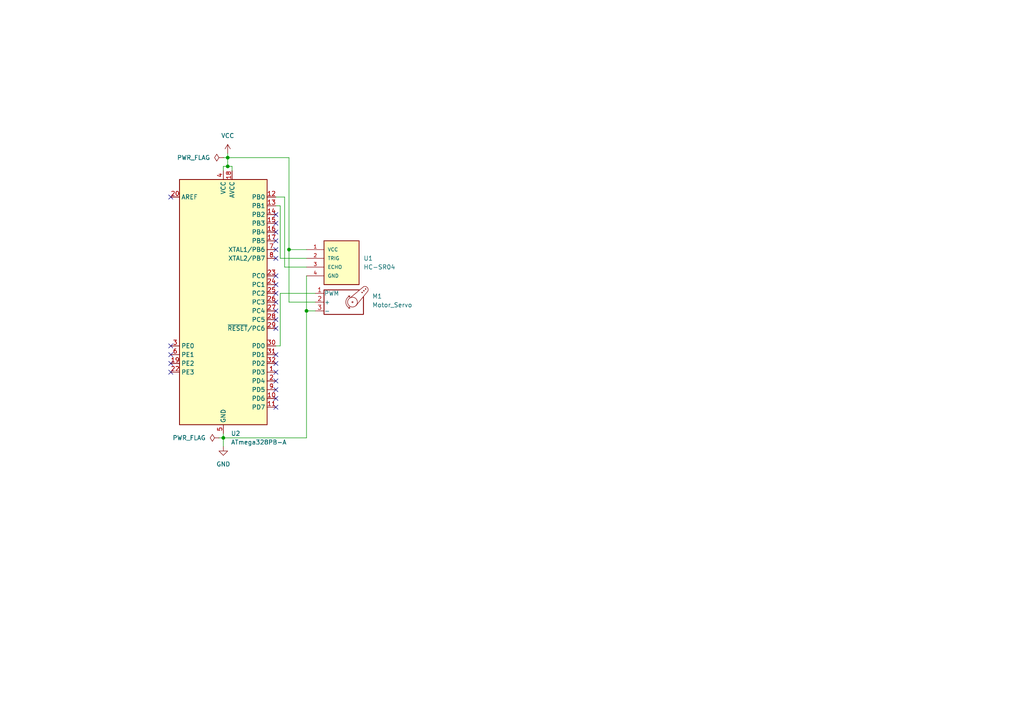
<source format=kicad_sch>
(kicad_sch (version 20231120) (generator "eeschema") (generator_version "8.0")
  (paper "A4")
  (lib_symbols
    (symbol "HC-SR04:HC-SR04" (pin_names (offset 1.016))
      (property "Reference" "U" (at 0 5.0813 0))
      (property "Value" "HC-SR04" (at 0 -10.163 0))
      (symbol "HC-SR04_0_0"
        (rectangle (start 0 -7.62) (end 10.16 5.08) (stroke (width 0.254)) (fill (type background)))
        (pin power_in line (at -5.08 2.54 0) (length 5.08) (name "VCC") (number "1"))
        (pin bidirectional line (at -5.08 0 0) (length 5.08) (name "TRIG") (number "2"))
        (pin bidirectional line (at -5.08 -2.54 0) (length 5.08) (name "ECHO") (number "3"))
        (pin power_in line (at -5.08 -5.08 0) (length 5.08) (name "GND") (number "4"))
      )
    )
    (symbol "MCU_Microchip_ATmega:ATmega328PB-A"
      (property "Reference" "U" (at -12.7 36.83 0))
      (property "Value" "ATmega328PB-A" (at 2.54 -36.83 0))
      (symbol "ATmega328PB-A_0_1"
        (rectangle (start -12.7 -35.56) (end 12.7 35.56) (stroke (width 0.254)) (fill (type background)))
      )
      (symbol "ATmega328PB-A_1_1"
        (pin bidirectional line (at 15.24 -20.32 180) (length 2.54) (name "PD3") (number "1"))
        (pin bidirectional line (at 15.24 -27.94 180) (length 2.54) (name "PD6") (number "10"))
        (pin bidirectional line (at 15.24 -30.48 180) (length 2.54) (name "PD7") (number "11"))
        (pin bidirectional line (at 15.24 30.48 180) (length 2.54) (name "PB0") (number "12"))
        (pin bidirectional line (at 15.24 27.94 180) (length 2.54) (name "PB1") (number "13"))
        (pin bidirectional line (at 15.24 25.4 180) (length 2.54) (name "PB2") (number "14"))
        (pin bidirectional line (at 15.24 22.86 180) (length 2.54) (name "PB3") (number "15"))
        (pin bidirectional line (at 15.24 20.32 180) (length 2.54) (name "PB4") (number "16"))
        (pin bidirectional line (at 15.24 17.78 180) (length 2.54) (name "PB5") (number "17"))
        (pin power_in line (at 2.54 38.1 270) (length 2.54) (name "AVCC") (number "18"))
        (pin bidirectional line (at -15.24 -17.78 0) (length 2.54) (name "PE2") (number "19"))
        (pin bidirectional line (at 15.24 -22.86 180) (length 2.54) (name "PD4") (number "2"))
        (pin passive line (at -15.24 30.48 0) (length 2.54) (name "AREF") (number "20"))
        (pin passive line (at 0 -38.1 90) (length 2.54) hide (name "GND") (number "21"))
        (pin bidirectional line (at -15.24 -20.32 0) (length 2.54) (name "PE3") (number "22"))
        (pin bidirectional line (at 15.24 7.62 180) (length 2.54) (name "PC0") (number "23"))
        (pin bidirectional line (at 15.24 5.08 180) (length 2.54) (name "PC1") (number "24"))
        (pin bidirectional line (at 15.24 2.54 180) (length 2.54) (name "PC2") (number "25"))
        (pin bidirectional line (at 15.24 0 180) (length 2.54) (name "PC3") (number "26"))
        (pin bidirectional line (at 15.24 -2.54 180) (length 2.54) (name "PC4") (number "27"))
        (pin bidirectional line (at 15.24 -5.08 180) (length 2.54) (name "PC5") (number "28"))
        (pin bidirectional line (at 15.24 -7.62 180) (length 2.54) (name "~{RESET}/PC6") (number "29"))
        (pin bidirectional line (at -15.24 -12.7 0) (length 2.54) (name "PE0") (number "3"))
        (pin bidirectional line (at 15.24 -12.7 180) (length 2.54) (name "PD0") (number "30"))
        (pin bidirectional line (at 15.24 -15.24 180) (length 2.54) (name "PD1") (number "31"))
        (pin bidirectional line (at 15.24 -17.78 180) (length 2.54) (name "PD2") (number "32"))
        (pin power_in line (at 0 38.1 270) (length 2.54) (name "VCC") (number "4"))
        (pin power_in line (at 0 -38.1 90) (length 2.54) (name "GND") (number "5"))
        (pin bidirectional line (at -15.24 -15.24 0) (length 2.54) (name "PE1") (number "6"))
        (pin bidirectional line (at 15.24 15.24 180) (length 2.54) (name "XTAL1/PB6") (number "7"))
        (pin bidirectional line (at 15.24 12.7 180) (length 2.54) (name "XTAL2/PB7") (number "8"))
        (pin bidirectional line (at 15.24 -25.4 180) (length 2.54) (name "PD5") (number "9"))
      )
    )
    (symbol "Motor:Motor_Servo" (pin_names (offset 0.0254))
      (property "Reference" "M" (at -5.08 4.445 0))
      (property "Value" "Motor_Servo" (at -5.08 -4.064 0))
      (symbol "Motor_Servo_0_1"
        (polyline (pts (xy 2.413 -1.778) (xy 2.032 -1.778)))
        (polyline (pts (xy 2.413 -1.778) (xy 2.286 -1.397)))
        (polyline (pts (xy 2.413 1.778) (xy 1.905 1.778)))
        (polyline (pts (xy 2.413 1.778) (xy 2.286 1.397)))
        (polyline (pts (xy 6.35 4.445) (xy 2.54 1.27)))
        (polyline (pts (xy 7.62 3.175) (xy 4.191 -1.016)))
        (polyline (pts (xy 5.08 3.556) (xy -5.08 3.556) (xy -5.08 -3.556) (xy 6.35 -3.556) (xy 6.35 1.524)) (stroke (width 0.254)))
        (arc (start 2.413 1.778) (mid 1.2406 0) (end 2.413 -1.778))
        (circle (center 3.175 0) (radius 0.1778))
        (circle (center 3.175 0) (radius 1.4224))
        (circle (center 5.969 2.794) (radius 0.127))
        (circle (center 6.477 3.302) (radius 0.127))
        (circle (center 6.985 3.81) (radius 0.127))
        (arc (start 7.62 3.175) (mid 7.4485 4.2735) (end 6.35 4.445))
      )
      (symbol "Motor_Servo_1_1"
        (pin passive line (at -7.62 2.54 0) (length 2.54) (name "PWM") (number "1"))
        (pin passive line (at -7.62 0 0) (length 2.54) (name "+") (number "2"))
        (pin passive line (at -7.62 -2.54 0) (length 2.54) (name "-") (number "3"))
      )
    )
    (symbol "power:GND" (power) (pin_numbers hide) (pin_names (offset 0) hide)
      (property "Value" "GND" (at 0 -3.81 0))
      (symbol "GND_0_1"
        (polyline (pts (xy 0 0) (xy 0 -1.27) (xy 1.27 -1.27) (xy 0 -2.54) (xy -1.27 -1.27) (xy 0 -1.27)))
      )
      (symbol "GND_1_1"
        (pin power_in line (at 0 0 270) (length 0) (name "~") (number "1"))
      )
    )
    (symbol "power:PWR_FLAG" (power) (pin_numbers hide) (pin_names (offset 0) hide)
      (property "Value" "PWR_FLAG" (at 0 3.81 0))
      (symbol "PWR_FLAG_0_0"
        (pin power_out line (at 0 0 90) (length 0) (name "~") (number "1"))
      )
      (symbol "PWR_FLAG_0_1"
        (polyline (pts (xy 0 0) (xy 0 1.27) (xy -1.016 1.905) (xy 0 2.54) (xy 1.016 1.905) (xy 0 1.27)))
      )
    )
    (symbol "power:VCC" (power) (pin_numbers hide) (pin_names (offset 0) hide)
      (property "Value" "VCC" (at 0 3.556 0))
      (symbol "VCC_0_1"
        (polyline (pts (xy -0.762 1.27) (xy 0 2.54)))
        (polyline (pts (xy 0 0) (xy 0 2.54)))
        (polyline (pts (xy 0 2.54) (xy 0.762 1.27)))
      )
      (symbol "VCC_1_1"
        (pin power_in line (at 0 0 90) (length 0) (name "~") (number "1"))
      )
    )
  )
  (junction (at 66.04 45.72))
  (junction (at 88.9 90.17))
  (junction (at 83.82 72.39))
  (junction (at 64.77 127))
  (junction (at 66.04 48.26))
  (no_connect (at 80.01 64.77))
  (no_connect (at 80.01 107.95))
  (no_connect (at 80.01 102.87))
  (no_connect (at 80.01 72.39))
  (no_connect (at 49.53 107.95))
  (no_connect (at 80.01 115.57))
  (no_connect (at 80.01 80.01))
  (no_connect (at 80.01 62.23))
  (no_connect (at 80.01 74.93))
  (no_connect (at 80.01 90.17))
  (no_connect (at 80.01 113.03))
  (no_connect (at 49.53 105.41))
  (no_connect (at 80.01 92.71))
  (no_connect (at 80.01 95.25))
  (no_connect (at 80.01 105.41))
  (no_connect (at 80.01 82.55))
  (no_connect (at 49.53 100.33))
  (no_connect (at 80.01 85.09))
  (no_connect (at 80.01 69.85))
  (no_connect (at 80.01 87.63))
  (no_connect (at 80.01 110.49))
  (no_connect (at 49.53 57.15))
  (no_connect (at 80.01 118.11))
  (no_connect (at 49.53 102.87))
  (no_connect (at 80.01 67.31))
  (wire (pts (xy 64.77 125.73) (xy 64.77 127)))
  (wire (pts (xy 81.28 74.93) (xy 88.9 74.93)))
  (wire (pts (xy 81.28 59.69) (xy 81.28 74.93)))
  (wire (pts (xy 88.9 127) (xy 64.77 127)))
  (wire (pts (xy 64.77 45.72) (xy 66.04 45.72)))
  (wire (pts (xy 81.28 100.33) (xy 80.01 100.33)))
  (wire (pts (xy 88.9 90.17) (xy 91.44 90.17)))
  (wire (pts (xy 64.77 49.53) (xy 64.77 48.26)))
  (wire (pts (xy 88.9 80.01) (xy 88.9 90.17)))
  (wire (pts (xy 83.82 87.63) (xy 83.82 72.39)))
  (wire (pts (xy 81.28 85.09) (xy 81.28 100.33)))
  (wire (pts (xy 64.77 127) (xy 64.77 129.54)))
  (wire (pts (xy 67.31 48.26) (xy 66.04 48.26)))
  (wire (pts (xy 91.44 85.09) (xy 81.28 85.09)))
  (wire (pts (xy 64.77 48.26) (xy 66.04 48.26)))
  (wire (pts (xy 88.9 90.17) (xy 88.9 127)))
  (wire (pts (xy 80.01 59.69) (xy 81.28 59.69)))
  (wire (pts (xy 66.04 44.45) (xy 66.04 45.72)))
  (wire (pts (xy 82.55 77.47) (xy 82.55 57.15)))
  (wire (pts (xy 82.55 57.15) (xy 80.01 57.15)))
  (wire (pts (xy 88.9 72.39) (xy 83.82 72.39)))
  (wire (pts (xy 66.04 48.26) (xy 66.04 45.72)))
  (wire (pts (xy 91.44 87.63) (xy 83.82 87.63)))
  (wire (pts (xy 88.9 77.47) (xy 82.55 77.47)))
  (wire (pts (xy 63.5 127) (xy 64.77 127)))
  (wire (pts (xy 83.82 45.72) (xy 66.04 45.72)))
  (wire (pts (xy 83.82 72.39) (xy 83.82 45.72)))
  (wire (pts (xy 67.31 49.53) (xy 67.31 48.26)))
  (symbol (lib_id "power:PWR_FLAG") (at 64.77 45.72 90) (unit 1)
    (property "Reference" "#FLG02" (effects (hide yes)))
    (property "Value" "PWR_FLAG" (at 60.96 45.7199 90) (effects (justify left)))
    (property "Description" "Special symbol for telling ERC where power comes from" (effects (hide yes)))
  )
  (symbol (lib_id "power:GND") (at 64.77 129.54 0) (unit 1)
    (property "Reference" "#PWR01" (effects (hide yes)))
    (property "Value" "GND" (at 64.77 134.62 0))
    (property "Description" "Power symbol creates a global label with name \"GND\" , ground" (effects (hide yes)))
  )
  (symbol (lib_id "MCU_Microchip_ATmega:ATmega328PB-A") (at 64.77 87.63 0) (unit 1)
    (property "Reference" "U2" (at 66.9641 125.73 0) (effects (justify left)))
    (property "Value" "ATmega328PB-A" (at 66.9641 128.27 0) (effects (justify left)))
    (property "Footprint" "Package_QFP:TQFP-32_7x7mm_P0.8mm" (effects (hide yes)))
    (property "Datasheet" "http://ww1.microchip.com/downloads/en/DeviceDoc/40001906C.pdf" (effects (hide yes)))
    (property "Description" "20MHz, 32kB Flash, 2kB SRAM, 1kB EEPROM, TQFP-32" (effects (hide yes)))
  )
  (symbol (lib_id "power:VCC") (at 66.04 44.45 0) (unit 1)
    (property "Reference" "#PWR02" (effects (hide yes)))
    (property "Value" "VCC" (at 66.04 39.37 0))
    (property "Description" "Power symbol creates a global label with name \"VCC\"" (effects (hide yes)))
  )
  (symbol (lib_id "HC-SR04:HC-SR04") (at 93.98 74.93 0) (unit 1)
    (property "Reference" "U1" (at 105.41 74.9299 0) (effects (justify left)))
    (property "Value" "HC-SR04" (at 105.41 77.4699 0) (effects (justify left)))
    (property "Footprint" "HC-SR04:XCVR_HC-SR04" (effects (hide yes)))
    (property "MF" "SparkFun Electronics" (effects (hide yes)))
    (property "Description_1" "\nHC-SR04 Ultrasonic Sensor Qwiic Platform Evaluation Expansion Board\n" (effects (hide yes)))
    (property "Package" "None" (effects (hide yes)))
    (property "Price" "None" (effects (hide yes)))
    (property "Check_prices" "https://www.snapeda.com/parts/HC-SR04/SparkFun+Electronics/view-part/?ref=eda" (effects (hide yes)))
    (property "SnapEDA_Link" "https://www.snapeda.com/parts/HC-SR04/SparkFun+Electronics/view-part/?ref=snap" (effects (hide yes)))
    (property "MP" "HC-SR04" (effects (hide yes)))
    (property "Availability" "Not in stock" (effects (hide yes)))
    (property "MANUFACTURER" "Osepp" (effects (hide yes)))
  )
  (symbol (lib_id "Motor:Motor_Servo") (at 99.06 87.63 0) (unit 1)
    (property "Reference" "M1" (at 107.95 85.9265 0) (effects (justify left)))
    (property "Value" "Motor_Servo" (at 107.95 88.4665 0) (effects (justify left)))
    (property "Datasheet" "http://forums.parallax.com/uploads/attachments/46831/74481.png" (effects (hide yes)))
    (property "Description" "Servo Motor (Futaba, HiTec, JR connector)" (effects (hide yes)))
  )
  (symbol (lib_id "power:PWR_FLAG") (at 63.5 127 90) (unit 1)
    (property "Reference" "#FLG01" (effects (hide yes)))
    (property "Value" "PWR_FLAG" (at 59.69 126.9999 90) (effects (justify left)))
    (property "Description" "Special symbol for telling ERC where power comes from" (effects (hide yes)))
  )
)
</source>
